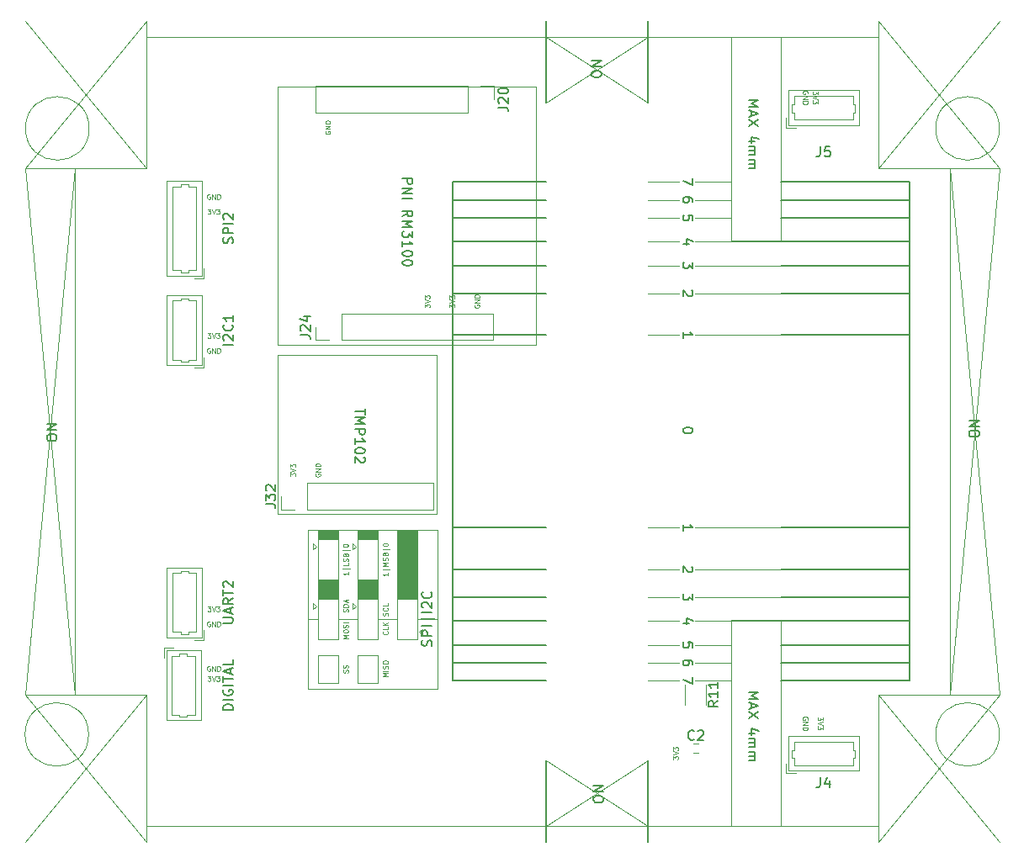
<source format=gbr>
G04 #@! TF.GenerationSoftware,KiCad,Pcbnew,(5.1.2)-2*
G04 #@! TF.CreationDate,2021-05-04T12:01:07-04:00*
G04 #@! TF.ProjectId,Magnetometer_A,4d61676e-6574-46f6-9d65-7465725f412e,rev?*
G04 #@! TF.SameCoordinates,Original*
G04 #@! TF.FileFunction,Legend,Top*
G04 #@! TF.FilePolarity,Positive*
%FSLAX46Y46*%
G04 Gerber Fmt 4.6, Leading zero omitted, Abs format (unit mm)*
G04 Created by KiCad (PCBNEW (5.1.2)-2) date 2021-05-04 12:01:07*
%MOMM*%
%LPD*%
G04 APERTURE LIST*
%ADD10C,0.125000*%
%ADD11C,0.100000*%
%ADD12C,0.120000*%
%ADD13C,0.150000*%
G04 APERTURE END LIST*
D10*
X118773809Y-40380952D02*
X118773809Y-40690476D01*
X118583333Y-40523809D01*
X118583333Y-40595238D01*
X118559523Y-40642857D01*
X118535714Y-40666666D01*
X118488095Y-40690476D01*
X118369047Y-40690476D01*
X118321428Y-40666666D01*
X118297619Y-40642857D01*
X118273809Y-40595238D01*
X118273809Y-40452380D01*
X118297619Y-40404761D01*
X118321428Y-40380952D01*
X118773809Y-40833333D02*
X118273809Y-41000000D01*
X118773809Y-41166666D01*
X118773809Y-41285714D02*
X118773809Y-41595238D01*
X118583333Y-41428571D01*
X118583333Y-41500000D01*
X118559523Y-41547619D01*
X118535714Y-41571428D01*
X118488095Y-41595238D01*
X118369047Y-41595238D01*
X118321428Y-41571428D01*
X118297619Y-41547619D01*
X118273809Y-41500000D01*
X118273809Y-41357142D01*
X118297619Y-41309523D01*
X118321428Y-41285714D01*
X119273809Y-103380952D02*
X119273809Y-103690476D01*
X119083333Y-103523809D01*
X119083333Y-103595238D01*
X119059523Y-103642857D01*
X119035714Y-103666666D01*
X118988095Y-103690476D01*
X118869047Y-103690476D01*
X118821428Y-103666666D01*
X118797619Y-103642857D01*
X118773809Y-103595238D01*
X118773809Y-103452380D01*
X118797619Y-103404761D01*
X118821428Y-103380952D01*
X119273809Y-103833333D02*
X118773809Y-104000000D01*
X119273809Y-104166666D01*
X119273809Y-104285714D02*
X119273809Y-104595238D01*
X119083333Y-104428571D01*
X119083333Y-104500000D01*
X119059523Y-104547619D01*
X119035714Y-104571428D01*
X118988095Y-104595238D01*
X118869047Y-104595238D01*
X118821428Y-104571428D01*
X118797619Y-104547619D01*
X118773809Y-104500000D01*
X118773809Y-104357142D01*
X118797619Y-104309523D01*
X118821428Y-104285714D01*
X104226190Y-107619047D02*
X104226190Y-107309523D01*
X104416666Y-107476190D01*
X104416666Y-107404761D01*
X104440476Y-107357142D01*
X104464285Y-107333333D01*
X104511904Y-107309523D01*
X104630952Y-107309523D01*
X104678571Y-107333333D01*
X104702380Y-107357142D01*
X104726190Y-107404761D01*
X104726190Y-107547619D01*
X104702380Y-107595238D01*
X104678571Y-107619047D01*
X104226190Y-107166666D02*
X104726190Y-107000000D01*
X104226190Y-106833333D01*
X104226190Y-106714285D02*
X104226190Y-106404761D01*
X104416666Y-106571428D01*
X104416666Y-106500000D01*
X104440476Y-106452380D01*
X104464285Y-106428571D01*
X104511904Y-106404761D01*
X104630952Y-106404761D01*
X104678571Y-106428571D01*
X104702380Y-106452380D01*
X104726190Y-106500000D01*
X104726190Y-106642857D01*
X104702380Y-106690476D01*
X104678571Y-106714285D01*
X65726190Y-79119047D02*
X65726190Y-78809523D01*
X65916666Y-78976190D01*
X65916666Y-78904761D01*
X65940476Y-78857142D01*
X65964285Y-78833333D01*
X66011904Y-78809523D01*
X66130952Y-78809523D01*
X66178571Y-78833333D01*
X66202380Y-78857142D01*
X66226190Y-78904761D01*
X66226190Y-79047619D01*
X66202380Y-79095238D01*
X66178571Y-79119047D01*
X65726190Y-78666666D02*
X66226190Y-78500000D01*
X65726190Y-78333333D01*
X65726190Y-78214285D02*
X65726190Y-77904761D01*
X65916666Y-78071428D01*
X65916666Y-78000000D01*
X65940476Y-77952380D01*
X65964285Y-77928571D01*
X66011904Y-77904761D01*
X66130952Y-77904761D01*
X66178571Y-77928571D01*
X66202380Y-77952380D01*
X66226190Y-78000000D01*
X66226190Y-78142857D01*
X66202380Y-78190476D01*
X66178571Y-78214285D01*
X79226190Y-62119047D02*
X79226190Y-61809523D01*
X79416666Y-61976190D01*
X79416666Y-61904761D01*
X79440476Y-61857142D01*
X79464285Y-61833333D01*
X79511904Y-61809523D01*
X79630952Y-61809523D01*
X79678571Y-61833333D01*
X79702380Y-61857142D01*
X79726190Y-61904761D01*
X79726190Y-62047619D01*
X79702380Y-62095238D01*
X79678571Y-62119047D01*
X79226190Y-61666666D02*
X79726190Y-61500000D01*
X79226190Y-61333333D01*
X79226190Y-61214285D02*
X79226190Y-60904761D01*
X79416666Y-61071428D01*
X79416666Y-61000000D01*
X79440476Y-60952380D01*
X79464285Y-60928571D01*
X79511904Y-60904761D01*
X79630952Y-60904761D01*
X79678571Y-60928571D01*
X79702380Y-60952380D01*
X79726190Y-61000000D01*
X79726190Y-61142857D01*
X79702380Y-61190476D01*
X79678571Y-61214285D01*
X81726190Y-62119047D02*
X81726190Y-61809523D01*
X81916666Y-61976190D01*
X81916666Y-61904761D01*
X81940476Y-61857142D01*
X81964285Y-61833333D01*
X82011904Y-61809523D01*
X82130952Y-61809523D01*
X82178571Y-61833333D01*
X82202380Y-61857142D01*
X82226190Y-61904761D01*
X82226190Y-62047619D01*
X82202380Y-62095238D01*
X82178571Y-62119047D01*
X81726190Y-61666666D02*
X82226190Y-61500000D01*
X81726190Y-61333333D01*
X81726190Y-61214285D02*
X81726190Y-60904761D01*
X81916666Y-61071428D01*
X81916666Y-61000000D01*
X81940476Y-60952380D01*
X81964285Y-60928571D01*
X82011904Y-60904761D01*
X82130952Y-60904761D01*
X82178571Y-60928571D01*
X82202380Y-60952380D01*
X82226190Y-61000000D01*
X82226190Y-61142857D01*
X82202380Y-61190476D01*
X82178571Y-61214285D01*
X57380952Y-52226190D02*
X57690476Y-52226190D01*
X57523809Y-52416666D01*
X57595238Y-52416666D01*
X57642857Y-52440476D01*
X57666666Y-52464285D01*
X57690476Y-52511904D01*
X57690476Y-52630952D01*
X57666666Y-52678571D01*
X57642857Y-52702380D01*
X57595238Y-52726190D01*
X57452380Y-52726190D01*
X57404761Y-52702380D01*
X57380952Y-52678571D01*
X57833333Y-52226190D02*
X58000000Y-52726190D01*
X58166666Y-52226190D01*
X58285714Y-52226190D02*
X58595238Y-52226190D01*
X58428571Y-52416666D01*
X58500000Y-52416666D01*
X58547619Y-52440476D01*
X58571428Y-52464285D01*
X58595238Y-52511904D01*
X58595238Y-52630952D01*
X58571428Y-52678571D01*
X58547619Y-52702380D01*
X58500000Y-52726190D01*
X58357142Y-52726190D01*
X58309523Y-52702380D01*
X58285714Y-52678571D01*
X57380952Y-64726190D02*
X57690476Y-64726190D01*
X57523809Y-64916666D01*
X57595238Y-64916666D01*
X57642857Y-64940476D01*
X57666666Y-64964285D01*
X57690476Y-65011904D01*
X57690476Y-65130952D01*
X57666666Y-65178571D01*
X57642857Y-65202380D01*
X57595238Y-65226190D01*
X57452380Y-65226190D01*
X57404761Y-65202380D01*
X57380952Y-65178571D01*
X57833333Y-64726190D02*
X58000000Y-65226190D01*
X58166666Y-64726190D01*
X58285714Y-64726190D02*
X58595238Y-64726190D01*
X58428571Y-64916666D01*
X58500000Y-64916666D01*
X58547619Y-64940476D01*
X58571428Y-64964285D01*
X58595238Y-65011904D01*
X58595238Y-65130952D01*
X58571428Y-65178571D01*
X58547619Y-65202380D01*
X58500000Y-65226190D01*
X58357142Y-65226190D01*
X58309523Y-65202380D01*
X58285714Y-65178571D01*
X57380952Y-92226190D02*
X57690476Y-92226190D01*
X57523809Y-92416666D01*
X57595238Y-92416666D01*
X57642857Y-92440476D01*
X57666666Y-92464285D01*
X57690476Y-92511904D01*
X57690476Y-92630952D01*
X57666666Y-92678571D01*
X57642857Y-92702380D01*
X57595238Y-92726190D01*
X57452380Y-92726190D01*
X57404761Y-92702380D01*
X57380952Y-92678571D01*
X57833333Y-92226190D02*
X58000000Y-92726190D01*
X58166666Y-92226190D01*
X58285714Y-92226190D02*
X58595238Y-92226190D01*
X58428571Y-92416666D01*
X58500000Y-92416666D01*
X58547619Y-92440476D01*
X58571428Y-92464285D01*
X58595238Y-92511904D01*
X58595238Y-92630952D01*
X58571428Y-92678571D01*
X58547619Y-92702380D01*
X58500000Y-92726190D01*
X58357142Y-92726190D01*
X58309523Y-92702380D01*
X58285714Y-92678571D01*
X57380952Y-99226190D02*
X57690476Y-99226190D01*
X57523809Y-99416666D01*
X57595238Y-99416666D01*
X57642857Y-99440476D01*
X57666666Y-99464285D01*
X57690476Y-99511904D01*
X57690476Y-99630952D01*
X57666666Y-99678571D01*
X57642857Y-99702380D01*
X57595238Y-99726190D01*
X57452380Y-99726190D01*
X57404761Y-99702380D01*
X57380952Y-99678571D01*
X57833333Y-99226190D02*
X58000000Y-99726190D01*
X58166666Y-99226190D01*
X58285714Y-99226190D02*
X58595238Y-99226190D01*
X58428571Y-99416666D01*
X58500000Y-99416666D01*
X58547619Y-99440476D01*
X58571428Y-99464285D01*
X58595238Y-99511904D01*
X58595238Y-99630952D01*
X58571428Y-99678571D01*
X58547619Y-99702380D01*
X58500000Y-99726190D01*
X58357142Y-99726190D01*
X58309523Y-99702380D01*
X58285714Y-99678571D01*
X68250000Y-78880952D02*
X68226190Y-78928571D01*
X68226190Y-79000000D01*
X68250000Y-79071428D01*
X68297619Y-79119047D01*
X68345238Y-79142857D01*
X68440476Y-79166666D01*
X68511904Y-79166666D01*
X68607142Y-79142857D01*
X68654761Y-79119047D01*
X68702380Y-79071428D01*
X68726190Y-79000000D01*
X68726190Y-78952380D01*
X68702380Y-78880952D01*
X68678571Y-78857142D01*
X68511904Y-78857142D01*
X68511904Y-78952380D01*
X68726190Y-78642857D02*
X68226190Y-78642857D01*
X68726190Y-78357142D01*
X68226190Y-78357142D01*
X68726190Y-78119047D02*
X68226190Y-78119047D01*
X68226190Y-78000000D01*
X68250000Y-77928571D01*
X68297619Y-77880952D01*
X68345238Y-77857142D01*
X68440476Y-77833333D01*
X68511904Y-77833333D01*
X68607142Y-77857142D01*
X68654761Y-77880952D01*
X68702380Y-77928571D01*
X68726190Y-78000000D01*
X68726190Y-78119047D01*
X117750000Y-103619047D02*
X117773809Y-103571428D01*
X117773809Y-103500000D01*
X117750000Y-103428571D01*
X117702380Y-103380952D01*
X117654761Y-103357142D01*
X117559523Y-103333333D01*
X117488095Y-103333333D01*
X117392857Y-103357142D01*
X117345238Y-103380952D01*
X117297619Y-103428571D01*
X117273809Y-103500000D01*
X117273809Y-103547619D01*
X117297619Y-103619047D01*
X117321428Y-103642857D01*
X117488095Y-103642857D01*
X117488095Y-103547619D01*
X117273809Y-103857142D02*
X117773809Y-103857142D01*
X117273809Y-104142857D01*
X117773809Y-104142857D01*
X117273809Y-104380952D02*
X117773809Y-104380952D01*
X117773809Y-104500000D01*
X117750000Y-104571428D01*
X117702380Y-104619047D01*
X117654761Y-104642857D01*
X117559523Y-104666666D01*
X117488095Y-104666666D01*
X117392857Y-104642857D01*
X117345238Y-104619047D01*
X117297619Y-104571428D01*
X117273809Y-104500000D01*
X117273809Y-104380952D01*
X117750000Y-40619047D02*
X117773809Y-40571428D01*
X117773809Y-40500000D01*
X117750000Y-40428571D01*
X117702380Y-40380952D01*
X117654761Y-40357142D01*
X117559523Y-40333333D01*
X117488095Y-40333333D01*
X117392857Y-40357142D01*
X117345238Y-40380952D01*
X117297619Y-40428571D01*
X117273809Y-40500000D01*
X117273809Y-40547619D01*
X117297619Y-40619047D01*
X117321428Y-40642857D01*
X117488095Y-40642857D01*
X117488095Y-40547619D01*
X117273809Y-40857142D02*
X117773809Y-40857142D01*
X117273809Y-41142857D01*
X117773809Y-41142857D01*
X117273809Y-41380952D02*
X117773809Y-41380952D01*
X117773809Y-41500000D01*
X117750000Y-41571428D01*
X117702380Y-41619047D01*
X117654761Y-41642857D01*
X117559523Y-41666666D01*
X117488095Y-41666666D01*
X117392857Y-41642857D01*
X117345238Y-41619047D01*
X117297619Y-41571428D01*
X117273809Y-41500000D01*
X117273809Y-41380952D01*
X84250000Y-61880952D02*
X84226190Y-61928571D01*
X84226190Y-62000000D01*
X84250000Y-62071428D01*
X84297619Y-62119047D01*
X84345238Y-62142857D01*
X84440476Y-62166666D01*
X84511904Y-62166666D01*
X84607142Y-62142857D01*
X84654761Y-62119047D01*
X84702380Y-62071428D01*
X84726190Y-62000000D01*
X84726190Y-61952380D01*
X84702380Y-61880952D01*
X84678571Y-61857142D01*
X84511904Y-61857142D01*
X84511904Y-61952380D01*
X84726190Y-61642857D02*
X84226190Y-61642857D01*
X84726190Y-61357142D01*
X84226190Y-61357142D01*
X84726190Y-61119047D02*
X84226190Y-61119047D01*
X84226190Y-61000000D01*
X84250000Y-60928571D01*
X84297619Y-60880952D01*
X84345238Y-60857142D01*
X84440476Y-60833333D01*
X84511904Y-60833333D01*
X84607142Y-60857142D01*
X84654761Y-60880952D01*
X84702380Y-60928571D01*
X84726190Y-61000000D01*
X84726190Y-61119047D01*
X69250000Y-44380952D02*
X69226190Y-44428571D01*
X69226190Y-44500000D01*
X69250000Y-44571428D01*
X69297619Y-44619047D01*
X69345238Y-44642857D01*
X69440476Y-44666666D01*
X69511904Y-44666666D01*
X69607142Y-44642857D01*
X69654761Y-44619047D01*
X69702380Y-44571428D01*
X69726190Y-44500000D01*
X69726190Y-44452380D01*
X69702380Y-44380952D01*
X69678571Y-44357142D01*
X69511904Y-44357142D01*
X69511904Y-44452380D01*
X69726190Y-44142857D02*
X69226190Y-44142857D01*
X69726190Y-43857142D01*
X69226190Y-43857142D01*
X69726190Y-43619047D02*
X69226190Y-43619047D01*
X69226190Y-43500000D01*
X69250000Y-43428571D01*
X69297619Y-43380952D01*
X69345238Y-43357142D01*
X69440476Y-43333333D01*
X69511904Y-43333333D01*
X69607142Y-43357142D01*
X69654761Y-43380952D01*
X69702380Y-43428571D01*
X69726190Y-43500000D01*
X69726190Y-43619047D01*
X57619047Y-50750000D02*
X57571428Y-50726190D01*
X57500000Y-50726190D01*
X57428571Y-50750000D01*
X57380952Y-50797619D01*
X57357142Y-50845238D01*
X57333333Y-50940476D01*
X57333333Y-51011904D01*
X57357142Y-51107142D01*
X57380952Y-51154761D01*
X57428571Y-51202380D01*
X57500000Y-51226190D01*
X57547619Y-51226190D01*
X57619047Y-51202380D01*
X57642857Y-51178571D01*
X57642857Y-51011904D01*
X57547619Y-51011904D01*
X57857142Y-51226190D02*
X57857142Y-50726190D01*
X58142857Y-51226190D01*
X58142857Y-50726190D01*
X58380952Y-51226190D02*
X58380952Y-50726190D01*
X58500000Y-50726190D01*
X58571428Y-50750000D01*
X58619047Y-50797619D01*
X58642857Y-50845238D01*
X58666666Y-50940476D01*
X58666666Y-51011904D01*
X58642857Y-51107142D01*
X58619047Y-51154761D01*
X58571428Y-51202380D01*
X58500000Y-51226190D01*
X58380952Y-51226190D01*
X57619047Y-66250000D02*
X57571428Y-66226190D01*
X57500000Y-66226190D01*
X57428571Y-66250000D01*
X57380952Y-66297619D01*
X57357142Y-66345238D01*
X57333333Y-66440476D01*
X57333333Y-66511904D01*
X57357142Y-66607142D01*
X57380952Y-66654761D01*
X57428571Y-66702380D01*
X57500000Y-66726190D01*
X57547619Y-66726190D01*
X57619047Y-66702380D01*
X57642857Y-66678571D01*
X57642857Y-66511904D01*
X57547619Y-66511904D01*
X57857142Y-66726190D02*
X57857142Y-66226190D01*
X58142857Y-66726190D01*
X58142857Y-66226190D01*
X58380952Y-66726190D02*
X58380952Y-66226190D01*
X58500000Y-66226190D01*
X58571428Y-66250000D01*
X58619047Y-66297619D01*
X58642857Y-66345238D01*
X58666666Y-66440476D01*
X58666666Y-66511904D01*
X58642857Y-66607142D01*
X58619047Y-66654761D01*
X58571428Y-66702380D01*
X58500000Y-66726190D01*
X58380952Y-66726190D01*
X57619047Y-93750000D02*
X57571428Y-93726190D01*
X57500000Y-93726190D01*
X57428571Y-93750000D01*
X57380952Y-93797619D01*
X57357142Y-93845238D01*
X57333333Y-93940476D01*
X57333333Y-94011904D01*
X57357142Y-94107142D01*
X57380952Y-94154761D01*
X57428571Y-94202380D01*
X57500000Y-94226190D01*
X57547619Y-94226190D01*
X57619047Y-94202380D01*
X57642857Y-94178571D01*
X57642857Y-94011904D01*
X57547619Y-94011904D01*
X57857142Y-94226190D02*
X57857142Y-93726190D01*
X58142857Y-94226190D01*
X58142857Y-93726190D01*
X58380952Y-94226190D02*
X58380952Y-93726190D01*
X58500000Y-93726190D01*
X58571428Y-93750000D01*
X58619047Y-93797619D01*
X58642857Y-93845238D01*
X58666666Y-93940476D01*
X58666666Y-94011904D01*
X58642857Y-94107142D01*
X58619047Y-94154761D01*
X58571428Y-94202380D01*
X58500000Y-94226190D01*
X58380952Y-94226190D01*
X57619047Y-98250000D02*
X57571428Y-98226190D01*
X57500000Y-98226190D01*
X57428571Y-98250000D01*
X57380952Y-98297619D01*
X57357142Y-98345238D01*
X57333333Y-98440476D01*
X57333333Y-98511904D01*
X57357142Y-98607142D01*
X57380952Y-98654761D01*
X57428571Y-98702380D01*
X57500000Y-98726190D01*
X57547619Y-98726190D01*
X57619047Y-98702380D01*
X57642857Y-98678571D01*
X57642857Y-98511904D01*
X57547619Y-98511904D01*
X57857142Y-98726190D02*
X57857142Y-98226190D01*
X58142857Y-98726190D01*
X58142857Y-98226190D01*
X58380952Y-98726190D02*
X58380952Y-98226190D01*
X58500000Y-98226190D01*
X58571428Y-98250000D01*
X58619047Y-98297619D01*
X58642857Y-98345238D01*
X58666666Y-98440476D01*
X58666666Y-98511904D01*
X58642857Y-98607142D01*
X58619047Y-98654761D01*
X58571428Y-98702380D01*
X58500000Y-98726190D01*
X58380952Y-98726190D01*
D11*
G36*
X78500000Y-91450000D02*
G01*
X76500000Y-91450000D01*
X76500000Y-84500000D01*
X78500000Y-84500000D01*
X78500000Y-91450000D01*
G37*
X78500000Y-91450000D02*
X76500000Y-91450000D01*
X76500000Y-84500000D01*
X78500000Y-84500000D01*
X78500000Y-91450000D01*
G36*
X74500000Y-85500000D02*
G01*
X72500000Y-85450000D01*
X72500000Y-84500000D01*
X74500000Y-84500000D01*
X74500000Y-85500000D01*
G37*
X74500000Y-85500000D02*
X72500000Y-85450000D01*
X72500000Y-84500000D01*
X74500000Y-84500000D01*
X74500000Y-85500000D01*
G36*
X70500000Y-85450000D02*
G01*
X68500000Y-85450000D01*
X68500000Y-84500000D01*
X70500000Y-84500000D01*
X70500000Y-85450000D01*
G37*
X70500000Y-85450000D02*
X68500000Y-85450000D01*
X68500000Y-84500000D01*
X70500000Y-84500000D01*
X70500000Y-85450000D01*
G36*
X70500000Y-91450000D02*
G01*
X68500000Y-91450000D01*
X68500000Y-89550000D01*
X70500000Y-89500000D01*
X70500000Y-91450000D01*
G37*
X70500000Y-91450000D02*
X68500000Y-91450000D01*
X68500000Y-89550000D01*
X70500000Y-89500000D01*
X70500000Y-91450000D01*
G36*
X74500000Y-91450000D02*
G01*
X72500000Y-91450000D01*
X72500000Y-89550000D01*
X74500000Y-89550000D01*
X74500000Y-91450000D01*
G37*
X74500000Y-91450000D02*
X72500000Y-91450000D01*
X72500000Y-89550000D01*
X74500000Y-89550000D01*
X74500000Y-91450000D01*
D12*
X68500000Y-93500000D02*
X67500000Y-93500000D01*
X72500000Y-93500000D02*
X70500000Y-93500000D01*
X76500000Y-93500000D02*
X74500000Y-93500000D01*
X80500000Y-93500000D02*
X78500000Y-93500000D01*
X80500000Y-84500000D02*
X80500000Y-93500000D01*
X67500000Y-84500000D02*
X80500000Y-84500000D01*
X67500000Y-100500000D02*
X67500000Y-84500000D01*
X80500000Y-100500000D02*
X67500000Y-100500000D01*
X80500000Y-93500000D02*
X80500000Y-100500000D01*
D13*
X73207619Y-72314285D02*
X73207619Y-72885714D01*
X72207619Y-72600000D02*
X73207619Y-72600000D01*
X72207619Y-73219047D02*
X73207619Y-73219047D01*
X72493333Y-73552380D01*
X73207619Y-73885714D01*
X72207619Y-73885714D01*
X72207619Y-74361904D02*
X73207619Y-74361904D01*
X73207619Y-74742857D01*
X73160000Y-74838095D01*
X73112380Y-74885714D01*
X73017142Y-74933333D01*
X72874285Y-74933333D01*
X72779047Y-74885714D01*
X72731428Y-74838095D01*
X72683809Y-74742857D01*
X72683809Y-74361904D01*
X72207619Y-75885714D02*
X72207619Y-75314285D01*
X72207619Y-75600000D02*
X73207619Y-75600000D01*
X73064761Y-75504761D01*
X72969523Y-75409523D01*
X72921904Y-75314285D01*
X73207619Y-76504761D02*
X73207619Y-76600000D01*
X73160000Y-76695238D01*
X73112380Y-76742857D01*
X73017142Y-76790476D01*
X72826666Y-76838095D01*
X72588571Y-76838095D01*
X72398095Y-76790476D01*
X72302857Y-76742857D01*
X72255238Y-76695238D01*
X72207619Y-76600000D01*
X72207619Y-76504761D01*
X72255238Y-76409523D01*
X72302857Y-76361904D01*
X72398095Y-76314285D01*
X72588571Y-76266666D01*
X72826666Y-76266666D01*
X73017142Y-76314285D01*
X73112380Y-76361904D01*
X73160000Y-76409523D01*
X73207619Y-76504761D01*
X73112380Y-77219047D02*
X73160000Y-77266666D01*
X73207619Y-77361904D01*
X73207619Y-77600000D01*
X73160000Y-77695238D01*
X73112380Y-77742857D01*
X73017142Y-77790476D01*
X72921904Y-77790476D01*
X72779047Y-77742857D01*
X72207619Y-77171428D01*
X72207619Y-77790476D01*
D12*
X80460000Y-82900000D02*
X64460000Y-82900000D01*
X64460000Y-66900000D02*
X64460000Y-82900000D01*
X80460000Y-66900000D02*
X80460000Y-82900000D01*
X80460000Y-66900000D02*
X64460000Y-66900000D01*
X64460000Y-39910000D02*
X64460000Y-65910000D01*
X90460000Y-39910000D02*
X64460000Y-39910000D01*
X90460000Y-65910000D02*
X64460000Y-65910000D01*
X90460000Y-64910000D02*
X90460000Y-65910000D01*
X90460000Y-39910000D02*
X90460000Y-64910000D01*
D13*
X77007619Y-49129047D02*
X78007619Y-49129047D01*
X78007619Y-49510000D01*
X77960000Y-49605238D01*
X77912380Y-49652857D01*
X77817142Y-49700476D01*
X77674285Y-49700476D01*
X77579047Y-49652857D01*
X77531428Y-49605238D01*
X77483809Y-49510000D01*
X77483809Y-49129047D01*
X77007619Y-50129047D02*
X78007619Y-50129047D01*
X77007619Y-50700476D01*
X78007619Y-50700476D01*
X77007619Y-51176666D02*
X78007619Y-51176666D01*
X77007619Y-52986190D02*
X77483809Y-52652857D01*
X77007619Y-52414761D02*
X78007619Y-52414761D01*
X78007619Y-52795714D01*
X77960000Y-52890952D01*
X77912380Y-52938571D01*
X77817142Y-52986190D01*
X77674285Y-52986190D01*
X77579047Y-52938571D01*
X77531428Y-52890952D01*
X77483809Y-52795714D01*
X77483809Y-52414761D01*
X77007619Y-53414761D02*
X78007619Y-53414761D01*
X77293333Y-53748095D01*
X78007619Y-54081428D01*
X77007619Y-54081428D01*
X78007619Y-54462380D02*
X78007619Y-55081428D01*
X77626666Y-54748095D01*
X77626666Y-54890952D01*
X77579047Y-54986190D01*
X77531428Y-55033809D01*
X77436190Y-55081428D01*
X77198095Y-55081428D01*
X77102857Y-55033809D01*
X77055238Y-54986190D01*
X77007619Y-54890952D01*
X77007619Y-54605238D01*
X77055238Y-54510000D01*
X77102857Y-54462380D01*
X77007619Y-56033809D02*
X77007619Y-55462380D01*
X77007619Y-55748095D02*
X78007619Y-55748095D01*
X77864761Y-55652857D01*
X77769523Y-55557619D01*
X77721904Y-55462380D01*
X78007619Y-56652857D02*
X78007619Y-56748095D01*
X77960000Y-56843333D01*
X77912380Y-56890952D01*
X77817142Y-56938571D01*
X77626666Y-56986190D01*
X77388571Y-56986190D01*
X77198095Y-56938571D01*
X77102857Y-56890952D01*
X77055238Y-56843333D01*
X77007619Y-56748095D01*
X77007619Y-56652857D01*
X77055238Y-56557619D01*
X77102857Y-56510000D01*
X77198095Y-56462380D01*
X77388571Y-56414761D01*
X77626666Y-56414761D01*
X77817142Y-56462380D01*
X77912380Y-56510000D01*
X77960000Y-56557619D01*
X78007619Y-56652857D01*
X78007619Y-57605238D02*
X78007619Y-57700476D01*
X77960000Y-57795714D01*
X77912380Y-57843333D01*
X77817142Y-57890952D01*
X77626666Y-57938571D01*
X77388571Y-57938571D01*
X77198095Y-57890952D01*
X77102857Y-57843333D01*
X77055238Y-57795714D01*
X77007619Y-57700476D01*
X77007619Y-57605238D01*
X77055238Y-57510000D01*
X77102857Y-57462380D01*
X77198095Y-57414761D01*
X77388571Y-57367142D01*
X77626666Y-57367142D01*
X77817142Y-57414761D01*
X77912380Y-57462380D01*
X77960000Y-57510000D01*
X78007619Y-57605238D01*
D12*
X51260000Y-34910000D02*
X124860000Y-34910000D01*
X51260000Y-114310000D02*
X124860000Y-114310000D01*
X132060000Y-48100000D02*
X132060000Y-101110000D01*
X137060000Y-101110000D02*
X132060000Y-48100000D01*
X137060000Y-48110000D02*
X132060000Y-101110000D01*
X44060000Y-101110000D02*
X44060000Y-48110000D01*
X39060000Y-48110000D02*
X44060000Y-101110000D01*
X39060000Y-101110000D02*
X44060000Y-48110000D01*
X137060000Y-48110000D02*
X124860000Y-33310000D01*
X137060000Y-33310000D02*
X124860000Y-48110000D01*
X137060000Y-101110000D02*
X124860000Y-115900000D01*
X137060000Y-115910000D02*
X124860000Y-101110000D01*
X51260000Y-115910000D02*
X39060000Y-101110000D01*
X39060000Y-115910000D02*
X51260000Y-101110000D01*
X39060000Y-48110000D02*
X51260000Y-33310000D01*
X51260000Y-48110000D02*
X39060000Y-33310000D01*
X51260000Y-101110000D02*
X39060000Y-101110000D01*
X51260000Y-115910000D02*
X51260000Y-101110000D01*
X124860000Y-101110000D02*
X137060000Y-101110000D01*
X124860000Y-115900000D02*
X124860000Y-101110000D01*
X124860000Y-48110000D02*
X137060000Y-48110000D01*
X124860000Y-33310000D02*
X124860000Y-48110000D01*
X51260000Y-48110000D02*
X39060000Y-48110000D01*
X51260000Y-33310000D02*
X51260000Y-48110000D01*
D13*
X82060000Y-84310000D02*
X91460000Y-84310000D01*
X115060000Y-84310000D02*
X128060000Y-84310000D01*
X82060000Y-99710000D02*
X91460000Y-99710000D01*
X115060000Y-49510000D02*
X128060000Y-49510000D01*
X82060000Y-64910000D02*
X91460000Y-64910000D01*
X115060000Y-99710000D02*
X128060000Y-99710000D01*
X82060000Y-49510000D02*
X91460000Y-49510000D01*
X101660000Y-107710000D02*
X101660000Y-115910000D01*
X91460000Y-41510000D02*
X91460000Y-33310000D01*
X115060000Y-64910000D02*
X128060000Y-64910000D01*
X101660000Y-41510000D02*
X101660000Y-33310000D01*
X91460000Y-107710000D02*
X91460000Y-115910000D01*
D12*
X101660000Y-99710000D02*
X104860000Y-99710000D01*
X110060000Y-88510000D02*
X115060000Y-88510000D01*
X115060000Y-55510000D02*
X115060000Y-34910000D01*
X110060000Y-55510000D02*
X110060000Y-34910000D01*
X110060000Y-93710000D02*
X110060000Y-114310000D01*
X101660000Y-41510000D02*
X91460000Y-34910000D01*
X91460000Y-41510000D02*
X101660000Y-34910000D01*
X91460000Y-107710000D02*
X101660000Y-114310000D01*
X101660000Y-107710000D02*
X91460000Y-114310000D01*
X115060000Y-93710000D02*
X115060000Y-114310000D01*
X110060000Y-64910000D02*
X115060000Y-64910000D01*
X110060000Y-60710000D02*
X115060000Y-60710000D01*
X110060000Y-57910000D02*
X115060000Y-57910000D01*
X110060000Y-84310000D02*
X115060000Y-84310000D01*
X110060000Y-93710000D02*
X106460000Y-93710000D01*
X110060000Y-99710000D02*
X106460000Y-99710000D01*
X110060000Y-97910000D02*
X106460000Y-97910000D01*
X110060000Y-96110000D02*
X106460000Y-96110000D01*
X101660000Y-96110000D02*
X104860000Y-96110000D01*
X110060000Y-91310000D02*
X115060000Y-91310000D01*
X101660000Y-97910000D02*
X104860000Y-97910000D01*
D13*
X111807619Y-100881428D02*
X112807619Y-100881428D01*
X112093333Y-101214761D01*
X112807619Y-101548095D01*
X111807619Y-101548095D01*
X112093333Y-101976666D02*
X112093333Y-102452857D01*
X111807619Y-101881428D02*
X112807619Y-102214761D01*
X111807619Y-102548095D01*
X112807619Y-102786190D02*
X111807619Y-103452857D01*
X112807619Y-103452857D02*
X111807619Y-102786190D01*
X112474285Y-105024285D02*
X111807619Y-105024285D01*
X112855238Y-104786190D02*
X112140952Y-104548095D01*
X112140952Y-105167142D01*
X111807619Y-105548095D02*
X112474285Y-105548095D01*
X112379047Y-105548095D02*
X112426666Y-105595714D01*
X112474285Y-105690952D01*
X112474285Y-105833809D01*
X112426666Y-105929047D01*
X112331428Y-105976666D01*
X111807619Y-105976666D01*
X112331428Y-105976666D02*
X112426666Y-106024285D01*
X112474285Y-106119523D01*
X112474285Y-106262380D01*
X112426666Y-106357619D01*
X112331428Y-106405238D01*
X111807619Y-106405238D01*
X111807619Y-106881428D02*
X112474285Y-106881428D01*
X112379047Y-106881428D02*
X112426666Y-106929047D01*
X112474285Y-107024285D01*
X112474285Y-107167142D01*
X112426666Y-107262380D01*
X112331428Y-107310000D01*
X111807619Y-107310000D01*
X112331428Y-107310000D02*
X112426666Y-107357619D01*
X112474285Y-107452857D01*
X112474285Y-107595714D01*
X112426666Y-107690952D01*
X112331428Y-107738571D01*
X111807619Y-107738571D01*
X106112380Y-60424285D02*
X106160000Y-60471904D01*
X106207619Y-60567142D01*
X106207619Y-60805238D01*
X106160000Y-60900476D01*
X106112380Y-60948095D01*
X106017142Y-60995714D01*
X105921904Y-60995714D01*
X105779047Y-60948095D01*
X105207619Y-60376666D01*
X105207619Y-60995714D01*
X106112380Y-88224285D02*
X106160000Y-88271904D01*
X106207619Y-88367142D01*
X106207619Y-88605238D01*
X106160000Y-88700476D01*
X106112380Y-88748095D01*
X106017142Y-88795714D01*
X105921904Y-88795714D01*
X105779047Y-88748095D01*
X105207619Y-88176666D01*
X105207619Y-88795714D01*
X106207619Y-74462380D02*
X106207619Y-74557619D01*
X106160000Y-74652857D01*
X106112380Y-74700476D01*
X106017142Y-74748095D01*
X105826666Y-74795714D01*
X105588571Y-74795714D01*
X105398095Y-74748095D01*
X105302857Y-74700476D01*
X105255238Y-74652857D01*
X105207619Y-74557619D01*
X105207619Y-74462380D01*
X105255238Y-74367142D01*
X105302857Y-74319523D01*
X105398095Y-74271904D01*
X105588571Y-74224285D01*
X105826666Y-74224285D01*
X106017142Y-74271904D01*
X106112380Y-74319523D01*
X106160000Y-74367142D01*
X106207619Y-74462380D01*
X41207619Y-73900476D02*
X42207619Y-73900476D01*
X41207619Y-74471904D01*
X42207619Y-74471904D01*
X42207619Y-75138571D02*
X42207619Y-75329047D01*
X42160000Y-75424285D01*
X42064761Y-75519523D01*
X41874285Y-75567142D01*
X41540952Y-75567142D01*
X41350476Y-75519523D01*
X41255238Y-75424285D01*
X41207619Y-75329047D01*
X41207619Y-75138571D01*
X41255238Y-75043333D01*
X41350476Y-74948095D01*
X41540952Y-74900476D01*
X41874285Y-74900476D01*
X42064761Y-74948095D01*
X42160000Y-75043333D01*
X42207619Y-75138571D01*
X106207619Y-51500476D02*
X106207619Y-51310000D01*
X106160000Y-51214761D01*
X106112380Y-51167142D01*
X105969523Y-51071904D01*
X105779047Y-51024285D01*
X105398095Y-51024285D01*
X105302857Y-51071904D01*
X105255238Y-51119523D01*
X105207619Y-51214761D01*
X105207619Y-51405238D01*
X105255238Y-51500476D01*
X105302857Y-51548095D01*
X105398095Y-51595714D01*
X105636190Y-51595714D01*
X105731428Y-51548095D01*
X105779047Y-51500476D01*
X105826666Y-51405238D01*
X105826666Y-51214761D01*
X105779047Y-51119523D01*
X105731428Y-51071904D01*
X105636190Y-51024285D01*
X105207619Y-65195714D02*
X105207619Y-64624285D01*
X105207619Y-64910000D02*
X106207619Y-64910000D01*
X106064761Y-64814761D01*
X105969523Y-64719523D01*
X105921904Y-64624285D01*
X106207619Y-96348095D02*
X106207619Y-95871904D01*
X105731428Y-95824285D01*
X105779047Y-95871904D01*
X105826666Y-95967142D01*
X105826666Y-96205238D01*
X105779047Y-96300476D01*
X105731428Y-96348095D01*
X105636190Y-96395714D01*
X105398095Y-96395714D01*
X105302857Y-96348095D01*
X105255238Y-96300476D01*
X105207619Y-96205238D01*
X105207619Y-95967142D01*
X105255238Y-95871904D01*
X105302857Y-95824285D01*
X111807619Y-41281428D02*
X112807619Y-41281428D01*
X112093333Y-41614761D01*
X112807619Y-41948095D01*
X111807619Y-41948095D01*
X112093333Y-42376666D02*
X112093333Y-42852857D01*
X111807619Y-42281428D02*
X112807619Y-42614761D01*
X111807619Y-42948095D01*
X112807619Y-43186190D02*
X111807619Y-43852857D01*
X112807619Y-43852857D02*
X111807619Y-43186190D01*
X112474285Y-45424285D02*
X111807619Y-45424285D01*
X112855238Y-45186190D02*
X112140952Y-44948095D01*
X112140952Y-45567142D01*
X111807619Y-45948095D02*
X112474285Y-45948095D01*
X112379047Y-45948095D02*
X112426666Y-45995714D01*
X112474285Y-46090952D01*
X112474285Y-46233809D01*
X112426666Y-46329047D01*
X112331428Y-46376666D01*
X111807619Y-46376666D01*
X112331428Y-46376666D02*
X112426666Y-46424285D01*
X112474285Y-46519523D01*
X112474285Y-46662380D01*
X112426666Y-46757619D01*
X112331428Y-46805238D01*
X111807619Y-46805238D01*
X111807619Y-47281428D02*
X112474285Y-47281428D01*
X112379047Y-47281428D02*
X112426666Y-47329047D01*
X112474285Y-47424285D01*
X112474285Y-47567142D01*
X112426666Y-47662380D01*
X112331428Y-47710000D01*
X111807619Y-47710000D01*
X112331428Y-47710000D02*
X112426666Y-47757619D01*
X112474285Y-47852857D01*
X112474285Y-47995714D01*
X112426666Y-48090952D01*
X112331428Y-48138571D01*
X111807619Y-48138571D01*
X106207619Y-99376666D02*
X106207619Y-100043333D01*
X105207619Y-99614761D01*
X105207619Y-84595714D02*
X105207619Y-84024285D01*
X105207619Y-84310000D02*
X106207619Y-84310000D01*
X106064761Y-84214761D01*
X105969523Y-84119523D01*
X105921904Y-84024285D01*
X96207619Y-110300476D02*
X97207619Y-110300476D01*
X96207619Y-110871904D01*
X97207619Y-110871904D01*
X97207619Y-111538571D02*
X97207619Y-111729047D01*
X97160000Y-111824285D01*
X97064761Y-111919523D01*
X96874285Y-111967142D01*
X96540952Y-111967142D01*
X96350476Y-111919523D01*
X96255238Y-111824285D01*
X96207619Y-111729047D01*
X96207619Y-111538571D01*
X96255238Y-111443333D01*
X96350476Y-111348095D01*
X96540952Y-111300476D01*
X96874285Y-111300476D01*
X97064761Y-111348095D01*
X97160000Y-111443333D01*
X97207619Y-111538571D01*
X96007619Y-37300476D02*
X97007619Y-37300476D01*
X96007619Y-37871904D01*
X97007619Y-37871904D01*
X97007619Y-38538571D02*
X97007619Y-38729047D01*
X96960000Y-38824285D01*
X96864761Y-38919523D01*
X96674285Y-38967142D01*
X96340952Y-38967142D01*
X96150476Y-38919523D01*
X96055238Y-38824285D01*
X96007619Y-38729047D01*
X96007619Y-38538571D01*
X96055238Y-38443333D01*
X96150476Y-38348095D01*
X96340952Y-38300476D01*
X96674285Y-38300476D01*
X96864761Y-38348095D01*
X96960000Y-38443333D01*
X97007619Y-38538571D01*
X105874285Y-93900476D02*
X105207619Y-93900476D01*
X106255238Y-93662380D02*
X105540952Y-93424285D01*
X105540952Y-94043333D01*
X106207619Y-98100476D02*
X106207619Y-97910000D01*
X106160000Y-97814761D01*
X106112380Y-97767142D01*
X105969523Y-97671904D01*
X105779047Y-97624285D01*
X105398095Y-97624285D01*
X105302857Y-97671904D01*
X105255238Y-97719523D01*
X105207619Y-97814761D01*
X105207619Y-98005238D01*
X105255238Y-98100476D01*
X105302857Y-98148095D01*
X105398095Y-98195714D01*
X105636190Y-98195714D01*
X105731428Y-98148095D01*
X105779047Y-98100476D01*
X105826666Y-98005238D01*
X105826666Y-97814761D01*
X105779047Y-97719523D01*
X105731428Y-97671904D01*
X105636190Y-97624285D01*
X105874285Y-55700476D02*
X105207619Y-55700476D01*
X106255238Y-55462380D02*
X105540952Y-55224285D01*
X105540952Y-55843333D01*
X106207619Y-49176666D02*
X106207619Y-49843333D01*
X105207619Y-49414761D01*
X106207619Y-57576666D02*
X106207619Y-58195714D01*
X105826666Y-57862380D01*
X105826666Y-58005238D01*
X105779047Y-58100476D01*
X105731428Y-58148095D01*
X105636190Y-58195714D01*
X105398095Y-58195714D01*
X105302857Y-58148095D01*
X105255238Y-58100476D01*
X105207619Y-58005238D01*
X105207619Y-57719523D01*
X105255238Y-57624285D01*
X105302857Y-57576666D01*
X134007619Y-73500476D02*
X135007619Y-73500476D01*
X134007619Y-74071904D01*
X135007619Y-74071904D01*
X135007619Y-74738571D02*
X135007619Y-74929047D01*
X134960000Y-75024285D01*
X134864761Y-75119523D01*
X134674285Y-75167142D01*
X134340952Y-75167142D01*
X134150476Y-75119523D01*
X134055238Y-75024285D01*
X134007619Y-74929047D01*
X134007619Y-74738571D01*
X134055238Y-74643333D01*
X134150476Y-74548095D01*
X134340952Y-74500476D01*
X134674285Y-74500476D01*
X134864761Y-74548095D01*
X134960000Y-74643333D01*
X135007619Y-74738571D01*
X106207619Y-53348095D02*
X106207619Y-52871904D01*
X105731428Y-52824285D01*
X105779047Y-52871904D01*
X105826666Y-52967142D01*
X105826666Y-53205238D01*
X105779047Y-53300476D01*
X105731428Y-53348095D01*
X105636190Y-53395714D01*
X105398095Y-53395714D01*
X105302857Y-53348095D01*
X105255238Y-53300476D01*
X105207619Y-53205238D01*
X105207619Y-52967142D01*
X105255238Y-52871904D01*
X105302857Y-52824285D01*
X106207619Y-90976666D02*
X106207619Y-91595714D01*
X105826666Y-91262380D01*
X105826666Y-91405238D01*
X105779047Y-91500476D01*
X105731428Y-91548095D01*
X105636190Y-91595714D01*
X105398095Y-91595714D01*
X105302857Y-91548095D01*
X105255238Y-91500476D01*
X105207619Y-91405238D01*
X105207619Y-91119523D01*
X105255238Y-91024285D01*
X105302857Y-90976666D01*
X82060000Y-97910000D02*
X91460000Y-97910000D01*
D12*
X110060000Y-49510000D02*
X106460000Y-49510000D01*
X101660000Y-93710000D02*
X104860000Y-93710000D01*
X101660000Y-64910000D02*
X104860000Y-64910000D01*
X101660000Y-51310000D02*
X104860000Y-51310000D01*
X106460000Y-53110000D02*
X110060000Y-53110000D01*
X110060000Y-60710000D02*
X106460000Y-60710000D01*
X104860000Y-57910000D02*
X101660000Y-57910000D01*
X110060000Y-84310000D02*
X106460000Y-84310000D01*
X106460000Y-55510000D02*
X110060000Y-55510000D01*
D13*
X115060000Y-93710000D02*
X128060000Y-93710000D01*
X82060000Y-91310000D02*
X91460000Y-91310000D01*
X115060000Y-55510000D02*
X128060000Y-55510000D01*
X115060000Y-53110000D02*
X128060000Y-53110000D01*
X115060000Y-93710000D02*
X110060000Y-93710000D01*
X82060000Y-99710000D02*
X82060000Y-49510000D01*
D12*
X110060000Y-57910000D02*
X106460000Y-57910000D01*
X101660000Y-49510000D02*
X104860000Y-49510000D01*
X106460000Y-51310000D02*
X110060000Y-51310000D01*
X104860000Y-55510000D02*
X101660000Y-55510000D01*
X110060000Y-64910000D02*
X106460000Y-64910000D01*
X110060000Y-91310000D02*
X106460000Y-91310000D01*
X104860000Y-53110000D02*
X101660000Y-53110000D01*
X110060000Y-88510000D02*
X106460000Y-88510000D01*
X101660000Y-60710000D02*
X104860000Y-60710000D01*
X101660000Y-91310000D02*
X104860000Y-91310000D01*
X101660000Y-84310000D02*
X104860000Y-84310000D01*
D13*
X115060000Y-91310000D02*
X128060000Y-91310000D01*
X82060000Y-60710000D02*
X91460000Y-60710000D01*
X82060000Y-57910000D02*
X91460000Y-57910000D01*
X82060000Y-55510000D02*
X91460000Y-55510000D01*
X115060000Y-97910000D02*
X128060000Y-97910000D01*
D12*
X101660000Y-88510000D02*
X104860000Y-88510000D01*
D13*
X82060000Y-88510000D02*
X91460000Y-88510000D01*
X115060000Y-88510000D02*
X128060000Y-88510000D01*
X115060000Y-60710000D02*
X128060000Y-60710000D01*
X115060000Y-57910000D02*
X128060000Y-57910000D01*
X82060000Y-93710000D02*
X91460000Y-93710000D01*
X115060000Y-55510000D02*
X110060000Y-55510000D01*
X115060000Y-96110000D02*
X128060000Y-96110000D01*
X115060000Y-51310000D02*
X128060000Y-51310000D01*
X91460000Y-96110000D02*
X82060000Y-96110000D01*
X82060000Y-53110000D02*
X91460000Y-53110000D01*
X82060000Y-51310000D02*
X91460000Y-51310000D01*
X128060000Y-49510000D02*
X128060000Y-99710000D01*
D12*
X45410000Y-105110000D02*
G75*
G03X45410000Y-105110000I-3200000J0D01*
G01*
X45460000Y-44110000D02*
G75*
G03X45460000Y-44110000I-3200000J0D01*
G01*
X137060000Y-105110000D02*
G75*
G03X137060000Y-105110000I-3200000J0D01*
G01*
X137060000Y-44110000D02*
G75*
G03X137060000Y-44110000I-3200000J0D01*
G01*
X106250000Y-106970000D02*
X106750000Y-106970000D01*
X106750000Y-106030000D02*
X106250000Y-106030000D01*
X115850000Y-105275000D02*
X115850000Y-108775000D01*
X115850000Y-108775000D02*
X122900000Y-108775000D01*
X122900000Y-108775000D02*
X122900000Y-105275000D01*
X122900000Y-105275000D02*
X115850000Y-105275000D01*
X119375000Y-108225000D02*
X116400000Y-108225000D01*
X116400000Y-108225000D02*
X116400000Y-107500000D01*
X116400000Y-107500000D02*
X116200000Y-107500000D01*
X116200000Y-107500000D02*
X116200000Y-106700000D01*
X116200000Y-106700000D02*
X116400000Y-106700000D01*
X116400000Y-106700000D02*
X116400000Y-105825000D01*
X116400000Y-105825000D02*
X119375000Y-105825000D01*
X119375000Y-108225000D02*
X122350000Y-108225000D01*
X122350000Y-108225000D02*
X122350000Y-107500000D01*
X122350000Y-107500000D02*
X122550000Y-107500000D01*
X122550000Y-107500000D02*
X122550000Y-106700000D01*
X122550000Y-106700000D02*
X122350000Y-106700000D01*
X122350000Y-106700000D02*
X122350000Y-105825000D01*
X122350000Y-105825000D02*
X119375000Y-105825000D01*
X115600000Y-109025000D02*
X115600000Y-108025000D01*
X115600000Y-109025000D02*
X116600000Y-109025000D01*
X115850000Y-40275000D02*
X115850000Y-43775000D01*
X115850000Y-43775000D02*
X122900000Y-43775000D01*
X122900000Y-43775000D02*
X122900000Y-40275000D01*
X122900000Y-40275000D02*
X115850000Y-40275000D01*
X119375000Y-43225000D02*
X116400000Y-43225000D01*
X116400000Y-43225000D02*
X116400000Y-42500000D01*
X116400000Y-42500000D02*
X116200000Y-42500000D01*
X116200000Y-42500000D02*
X116200000Y-41700000D01*
X116200000Y-41700000D02*
X116400000Y-41700000D01*
X116400000Y-41700000D02*
X116400000Y-40825000D01*
X116400000Y-40825000D02*
X119375000Y-40825000D01*
X119375000Y-43225000D02*
X122350000Y-43225000D01*
X122350000Y-43225000D02*
X122350000Y-42500000D01*
X122350000Y-42500000D02*
X122550000Y-42500000D01*
X122550000Y-42500000D02*
X122550000Y-41700000D01*
X122550000Y-41700000D02*
X122350000Y-41700000D01*
X122350000Y-41700000D02*
X122350000Y-40825000D01*
X122350000Y-40825000D02*
X119375000Y-40825000D01*
X115600000Y-44025000D02*
X115600000Y-43025000D01*
X115600000Y-44025000D02*
X116600000Y-44025000D01*
X57025000Y-95600000D02*
X57025000Y-94600000D01*
X57025000Y-95600000D02*
X56025000Y-95600000D01*
X53825000Y-88850000D02*
X53825000Y-91825000D01*
X54700000Y-88850000D02*
X53825000Y-88850000D01*
X54700000Y-88650000D02*
X54700000Y-88850000D01*
X55500000Y-88650000D02*
X54700000Y-88650000D01*
X55500000Y-88850000D02*
X55500000Y-88650000D01*
X56225000Y-88850000D02*
X55500000Y-88850000D01*
X56225000Y-91825000D02*
X56225000Y-88850000D01*
X53825000Y-94800000D02*
X53825000Y-91825000D01*
X54700000Y-94800000D02*
X53825000Y-94800000D01*
X54700000Y-95000000D02*
X54700000Y-94800000D01*
X55500000Y-95000000D02*
X54700000Y-95000000D01*
X55500000Y-94800000D02*
X55500000Y-95000000D01*
X56225000Y-94800000D02*
X55500000Y-94800000D01*
X56225000Y-91825000D02*
X56225000Y-94800000D01*
X53275000Y-88300000D02*
X53275000Y-95350000D01*
X56775000Y-88300000D02*
X53275000Y-88300000D01*
X56775000Y-95350000D02*
X56775000Y-88300000D01*
X53275000Y-95350000D02*
X56775000Y-95350000D01*
X74500000Y-97100000D02*
X74500000Y-99900000D01*
X74500000Y-99900000D02*
X72500000Y-99900000D01*
X72500000Y-99900000D02*
X72500000Y-97100000D01*
X72500000Y-97100000D02*
X74500000Y-97100000D01*
X72300000Y-86200000D02*
X72000000Y-86500000D01*
X72000000Y-85900000D02*
X72000000Y-86500000D01*
X72300000Y-86200000D02*
X72000000Y-85900000D01*
X72500000Y-85450000D02*
X74500000Y-85450000D01*
X72500000Y-89550000D02*
X72500000Y-85450000D01*
X74500000Y-89550000D02*
X72500000Y-89550000D01*
X74500000Y-85450000D02*
X74500000Y-89550000D01*
X70500000Y-91450000D02*
X70500000Y-95550000D01*
X70500000Y-95550000D02*
X68500000Y-95550000D01*
X68500000Y-95550000D02*
X68500000Y-91450000D01*
X68500000Y-91450000D02*
X70500000Y-91450000D01*
X68300000Y-92200000D02*
X68000000Y-91900000D01*
X68000000Y-91900000D02*
X68000000Y-92500000D01*
X68300000Y-92200000D02*
X68000000Y-92500000D01*
X72300000Y-92200000D02*
X72000000Y-92500000D01*
X72000000Y-91900000D02*
X72000000Y-92500000D01*
X72300000Y-92200000D02*
X72000000Y-91900000D01*
X72500000Y-91450000D02*
X74500000Y-91450000D01*
X72500000Y-95550000D02*
X72500000Y-91450000D01*
X74500000Y-95550000D02*
X72500000Y-95550000D01*
X74500000Y-91450000D02*
X74500000Y-95550000D01*
X70500000Y-97100000D02*
X70500000Y-99900000D01*
X70500000Y-99900000D02*
X68500000Y-99900000D01*
X68500000Y-99900000D02*
X68500000Y-97100000D01*
X68500000Y-97100000D02*
X70500000Y-97100000D01*
X86170000Y-39860000D02*
X86170000Y-41190000D01*
X84840000Y-39860000D02*
X86170000Y-39860000D01*
X83570000Y-39860000D02*
X83570000Y-42520000D01*
X83570000Y-42520000D02*
X68270000Y-42520000D01*
X83570000Y-39860000D02*
X68270000Y-39860000D01*
X68270000Y-39860000D02*
X68270000Y-42520000D01*
X68300000Y-86200000D02*
X68000000Y-86500000D01*
X68000000Y-85900000D02*
X68000000Y-86500000D01*
X68300000Y-86200000D02*
X68000000Y-85900000D01*
X68500000Y-85450000D02*
X70500000Y-85450000D01*
X68500000Y-89550000D02*
X68500000Y-85450000D01*
X70500000Y-89550000D02*
X68500000Y-89550000D01*
X70500000Y-85450000D02*
X70500000Y-89550000D01*
X68250000Y-65430000D02*
X68250000Y-64100000D01*
X69580000Y-65430000D02*
X68250000Y-65430000D01*
X70850000Y-65430000D02*
X70850000Y-62770000D01*
X70850000Y-62770000D02*
X86150000Y-62770000D01*
X70850000Y-65430000D02*
X86150000Y-65430000D01*
X86150000Y-65430000D02*
X86150000Y-62770000D01*
X76500000Y-95550000D02*
X76500000Y-91450000D01*
X76500000Y-91450000D02*
X78500000Y-91450000D01*
X78500000Y-91450000D02*
X78500000Y-95550000D01*
X78500000Y-95550000D02*
X76500000Y-95550000D01*
X78700000Y-94800000D02*
X79000000Y-95100000D01*
X79000000Y-95100000D02*
X79000000Y-94500000D01*
X78700000Y-94800000D02*
X79000000Y-94500000D01*
X53275000Y-58950000D02*
X56775000Y-58950000D01*
X56775000Y-58950000D02*
X56775000Y-49400000D01*
X56775000Y-49400000D02*
X53275000Y-49400000D01*
X53275000Y-49400000D02*
X53275000Y-58950000D01*
X56225000Y-54175000D02*
X56225000Y-58400000D01*
X56225000Y-58400000D02*
X55500000Y-58400000D01*
X55500000Y-58400000D02*
X55500000Y-58600000D01*
X55500000Y-58600000D02*
X54700000Y-58600000D01*
X54700000Y-58600000D02*
X54700000Y-58400000D01*
X54700000Y-58400000D02*
X53825000Y-58400000D01*
X53825000Y-58400000D02*
X53825000Y-54175000D01*
X56225000Y-54175000D02*
X56225000Y-49950000D01*
X56225000Y-49950000D02*
X55500000Y-49950000D01*
X55500000Y-49950000D02*
X55500000Y-49750000D01*
X55500000Y-49750000D02*
X54700000Y-49750000D01*
X54700000Y-49750000D02*
X54700000Y-49950000D01*
X54700000Y-49950000D02*
X53825000Y-49950000D01*
X53825000Y-49950000D02*
X53825000Y-54175000D01*
X57025000Y-59200000D02*
X56025000Y-59200000D01*
X57025000Y-59200000D02*
X57025000Y-58200000D01*
X64760000Y-82460000D02*
X64760000Y-81130000D01*
X66090000Y-82460000D02*
X64760000Y-82460000D01*
X67360000Y-82460000D02*
X67360000Y-79800000D01*
X67360000Y-79800000D02*
X80120000Y-79800000D01*
X67360000Y-82460000D02*
X80120000Y-82460000D01*
X80120000Y-82460000D02*
X80120000Y-79800000D01*
X57025000Y-68200000D02*
X57025000Y-67200000D01*
X57025000Y-68200000D02*
X56025000Y-68200000D01*
X53825000Y-61450000D02*
X53825000Y-64425000D01*
X54700000Y-61450000D02*
X53825000Y-61450000D01*
X54700000Y-61250000D02*
X54700000Y-61450000D01*
X55500000Y-61250000D02*
X54700000Y-61250000D01*
X55500000Y-61450000D02*
X55500000Y-61250000D01*
X56225000Y-61450000D02*
X55500000Y-61450000D01*
X56225000Y-64425000D02*
X56225000Y-61450000D01*
X53825000Y-67400000D02*
X53825000Y-64425000D01*
X54700000Y-67400000D02*
X53825000Y-67400000D01*
X54700000Y-67600000D02*
X54700000Y-67400000D01*
X55500000Y-67600000D02*
X54700000Y-67600000D01*
X55500000Y-67400000D02*
X55500000Y-67600000D01*
X56225000Y-67400000D02*
X55500000Y-67400000D01*
X56225000Y-64425000D02*
X56225000Y-67400000D01*
X53275000Y-60900000D02*
X53275000Y-67950000D01*
X56775000Y-60900000D02*
X53275000Y-60900000D01*
X56775000Y-67950000D02*
X56775000Y-60900000D01*
X53275000Y-67950000D02*
X56775000Y-67950000D01*
X107520000Y-100100000D02*
X107520000Y-102100000D01*
X105380000Y-102100000D02*
X105380000Y-100100000D01*
X56725000Y-96650000D02*
X53225000Y-96650000D01*
X53225000Y-96650000D02*
X53225000Y-103700000D01*
X53225000Y-103700000D02*
X56725000Y-103700000D01*
X56725000Y-103700000D02*
X56725000Y-96650000D01*
X53775000Y-100175000D02*
X53775000Y-97200000D01*
X53775000Y-97200000D02*
X54500000Y-97200000D01*
X54500000Y-97200000D02*
X54500000Y-97000000D01*
X54500000Y-97000000D02*
X55300000Y-97000000D01*
X55300000Y-97000000D02*
X55300000Y-97200000D01*
X55300000Y-97200000D02*
X56175000Y-97200000D01*
X56175000Y-97200000D02*
X56175000Y-100175000D01*
X53775000Y-100175000D02*
X53775000Y-103150000D01*
X53775000Y-103150000D02*
X54500000Y-103150000D01*
X54500000Y-103150000D02*
X54500000Y-103350000D01*
X54500000Y-103350000D02*
X55300000Y-103350000D01*
X55300000Y-103350000D02*
X55300000Y-103150000D01*
X55300000Y-103150000D02*
X56175000Y-103150000D01*
X56175000Y-103150000D02*
X56175000Y-100175000D01*
X52975000Y-96400000D02*
X53975000Y-96400000D01*
X52975000Y-96400000D02*
X52975000Y-97400000D01*
D13*
X106333333Y-105587142D02*
X106285714Y-105634761D01*
X106142857Y-105682380D01*
X106047619Y-105682380D01*
X105904761Y-105634761D01*
X105809523Y-105539523D01*
X105761904Y-105444285D01*
X105714285Y-105253809D01*
X105714285Y-105110952D01*
X105761904Y-104920476D01*
X105809523Y-104825238D01*
X105904761Y-104730000D01*
X106047619Y-104682380D01*
X106142857Y-104682380D01*
X106285714Y-104730000D01*
X106333333Y-104777619D01*
X106714285Y-104777619D02*
X106761904Y-104730000D01*
X106857142Y-104682380D01*
X107095238Y-104682380D01*
X107190476Y-104730000D01*
X107238095Y-104777619D01*
X107285714Y-104872857D01*
X107285714Y-104968095D01*
X107238095Y-105110952D01*
X106666666Y-105682380D01*
X107285714Y-105682380D01*
X119041666Y-109452380D02*
X119041666Y-110166666D01*
X118994047Y-110309523D01*
X118898809Y-110404761D01*
X118755952Y-110452380D01*
X118660714Y-110452380D01*
X119946428Y-109785714D02*
X119946428Y-110452380D01*
X119708333Y-109404761D02*
X119470238Y-110119047D01*
X120089285Y-110119047D01*
X119041666Y-45952380D02*
X119041666Y-46666666D01*
X118994047Y-46809523D01*
X118898809Y-46904761D01*
X118755952Y-46952380D01*
X118660714Y-46952380D01*
X119994047Y-45952380D02*
X119517857Y-45952380D01*
X119470238Y-46428571D01*
X119517857Y-46380952D01*
X119613095Y-46333333D01*
X119851190Y-46333333D01*
X119946428Y-46380952D01*
X119994047Y-46428571D01*
X120041666Y-46523809D01*
X120041666Y-46761904D01*
X119994047Y-46857142D01*
X119946428Y-46904761D01*
X119851190Y-46952380D01*
X119613095Y-46952380D01*
X119517857Y-46904761D01*
X119470238Y-46857142D01*
X58952380Y-93896428D02*
X59761904Y-93896428D01*
X59857142Y-93848809D01*
X59904761Y-93801190D01*
X59952380Y-93705952D01*
X59952380Y-93515476D01*
X59904761Y-93420238D01*
X59857142Y-93372619D01*
X59761904Y-93325000D01*
X58952380Y-93325000D01*
X59666666Y-92896428D02*
X59666666Y-92420238D01*
X59952380Y-92991666D02*
X58952380Y-92658333D01*
X59952380Y-92325000D01*
X59952380Y-91420238D02*
X59476190Y-91753571D01*
X59952380Y-91991666D02*
X58952380Y-91991666D01*
X58952380Y-91610714D01*
X59000000Y-91515476D01*
X59047619Y-91467857D01*
X59142857Y-91420238D01*
X59285714Y-91420238D01*
X59380952Y-91467857D01*
X59428571Y-91515476D01*
X59476190Y-91610714D01*
X59476190Y-91991666D01*
X58952380Y-91134523D02*
X58952380Y-90563095D01*
X59952380Y-90848809D02*
X58952380Y-90848809D01*
X59047619Y-90277380D02*
X59000000Y-90229761D01*
X58952380Y-90134523D01*
X58952380Y-89896428D01*
X59000000Y-89801190D01*
X59047619Y-89753571D01*
X59142857Y-89705952D01*
X59238095Y-89705952D01*
X59380952Y-89753571D01*
X59952380Y-90325000D01*
X59952380Y-89705952D01*
D10*
X75526190Y-99285714D02*
X75026190Y-99285714D01*
X75383333Y-99119047D01*
X75026190Y-98952380D01*
X75526190Y-98952380D01*
X75526190Y-98714285D02*
X75026190Y-98714285D01*
X75502380Y-98500000D02*
X75526190Y-98428571D01*
X75526190Y-98309523D01*
X75502380Y-98261904D01*
X75478571Y-98238095D01*
X75430952Y-98214285D01*
X75383333Y-98214285D01*
X75335714Y-98238095D01*
X75311904Y-98261904D01*
X75288095Y-98309523D01*
X75264285Y-98404761D01*
X75240476Y-98452380D01*
X75216666Y-98476190D01*
X75169047Y-98500000D01*
X75121428Y-98500000D01*
X75073809Y-98476190D01*
X75050000Y-98452380D01*
X75026190Y-98404761D01*
X75026190Y-98285714D01*
X75050000Y-98214285D01*
X75026190Y-97904761D02*
X75026190Y-97809523D01*
X75050000Y-97761904D01*
X75097619Y-97714285D01*
X75192857Y-97690476D01*
X75359523Y-97690476D01*
X75454761Y-97714285D01*
X75502380Y-97761904D01*
X75526190Y-97809523D01*
X75526190Y-97904761D01*
X75502380Y-97952380D01*
X75454761Y-98000000D01*
X75359523Y-98023809D01*
X75192857Y-98023809D01*
X75097619Y-98000000D01*
X75050000Y-97952380D01*
X75026190Y-97904761D01*
X75526190Y-88845238D02*
X75526190Y-89130952D01*
X75526190Y-88988095D02*
X75026190Y-88988095D01*
X75097619Y-89035714D01*
X75145238Y-89083333D01*
X75169047Y-89130952D01*
X75692857Y-88511904D02*
X74978571Y-88511904D01*
X75526190Y-88154761D02*
X75026190Y-88154761D01*
X75383333Y-87988095D01*
X75026190Y-87821428D01*
X75526190Y-87821428D01*
X75502380Y-87607142D02*
X75526190Y-87535714D01*
X75526190Y-87416666D01*
X75502380Y-87369047D01*
X75478571Y-87345238D01*
X75430952Y-87321428D01*
X75383333Y-87321428D01*
X75335714Y-87345238D01*
X75311904Y-87369047D01*
X75288095Y-87416666D01*
X75264285Y-87511904D01*
X75240476Y-87559523D01*
X75216666Y-87583333D01*
X75169047Y-87607142D01*
X75121428Y-87607142D01*
X75073809Y-87583333D01*
X75050000Y-87559523D01*
X75026190Y-87511904D01*
X75026190Y-87392857D01*
X75050000Y-87321428D01*
X75264285Y-86940476D02*
X75288095Y-86869047D01*
X75311904Y-86845238D01*
X75359523Y-86821428D01*
X75430952Y-86821428D01*
X75478571Y-86845238D01*
X75502380Y-86869047D01*
X75526190Y-86916666D01*
X75526190Y-87107142D01*
X75026190Y-87107142D01*
X75026190Y-86940476D01*
X75050000Y-86892857D01*
X75073809Y-86869047D01*
X75121428Y-86845238D01*
X75169047Y-86845238D01*
X75216666Y-86869047D01*
X75240476Y-86892857D01*
X75264285Y-86940476D01*
X75264285Y-87107142D01*
X75692857Y-86488095D02*
X74978571Y-86488095D01*
X75026190Y-86035714D02*
X75026190Y-85988095D01*
X75050000Y-85940476D01*
X75073809Y-85916666D01*
X75121428Y-85892857D01*
X75216666Y-85869047D01*
X75335714Y-85869047D01*
X75430952Y-85892857D01*
X75478571Y-85916666D01*
X75502380Y-85940476D01*
X75526190Y-85988095D01*
X75526190Y-86035714D01*
X75502380Y-86083333D01*
X75478571Y-86107142D01*
X75430952Y-86130952D01*
X75335714Y-86154761D01*
X75216666Y-86154761D01*
X75121428Y-86130952D01*
X75073809Y-86107142D01*
X75050000Y-86083333D01*
X75026190Y-86035714D01*
X71526190Y-95416666D02*
X71026190Y-95416666D01*
X71383333Y-95250000D01*
X71026190Y-95083333D01*
X71526190Y-95083333D01*
X71026190Y-94750000D02*
X71026190Y-94654761D01*
X71050000Y-94607142D01*
X71097619Y-94559523D01*
X71192857Y-94535714D01*
X71359523Y-94535714D01*
X71454761Y-94559523D01*
X71502380Y-94607142D01*
X71526190Y-94654761D01*
X71526190Y-94750000D01*
X71502380Y-94797619D01*
X71454761Y-94845238D01*
X71359523Y-94869047D01*
X71192857Y-94869047D01*
X71097619Y-94845238D01*
X71050000Y-94797619D01*
X71026190Y-94750000D01*
X71502380Y-94345238D02*
X71526190Y-94273809D01*
X71526190Y-94154761D01*
X71502380Y-94107142D01*
X71478571Y-94083333D01*
X71430952Y-94059523D01*
X71383333Y-94059523D01*
X71335714Y-94083333D01*
X71311904Y-94107142D01*
X71288095Y-94154761D01*
X71264285Y-94250000D01*
X71240476Y-94297619D01*
X71216666Y-94321428D01*
X71169047Y-94345238D01*
X71121428Y-94345238D01*
X71073809Y-94321428D01*
X71050000Y-94297619D01*
X71026190Y-94250000D01*
X71026190Y-94130952D01*
X71050000Y-94059523D01*
X71526190Y-93845238D02*
X71026190Y-93845238D01*
X71692857Y-93488095D02*
X70978571Y-93488095D01*
X71502380Y-92773809D02*
X71526190Y-92702380D01*
X71526190Y-92583333D01*
X71502380Y-92535714D01*
X71478571Y-92511904D01*
X71430952Y-92488095D01*
X71383333Y-92488095D01*
X71335714Y-92511904D01*
X71311904Y-92535714D01*
X71288095Y-92583333D01*
X71264285Y-92678571D01*
X71240476Y-92726190D01*
X71216666Y-92750000D01*
X71169047Y-92773809D01*
X71121428Y-92773809D01*
X71073809Y-92750000D01*
X71050000Y-92726190D01*
X71026190Y-92678571D01*
X71026190Y-92559523D01*
X71050000Y-92488095D01*
X71526190Y-92273809D02*
X71026190Y-92273809D01*
X71026190Y-92154761D01*
X71050000Y-92083333D01*
X71097619Y-92035714D01*
X71145238Y-92011904D01*
X71240476Y-91988095D01*
X71311904Y-91988095D01*
X71407142Y-92011904D01*
X71454761Y-92035714D01*
X71502380Y-92083333D01*
X71526190Y-92154761D01*
X71526190Y-92273809D01*
X71383333Y-91797619D02*
X71383333Y-91559523D01*
X71526190Y-91845238D02*
X71026190Y-91678571D01*
X71526190Y-91511904D01*
X75478571Y-94726190D02*
X75502380Y-94750000D01*
X75526190Y-94821428D01*
X75526190Y-94869047D01*
X75502380Y-94940476D01*
X75454761Y-94988095D01*
X75407142Y-95011904D01*
X75311904Y-95035714D01*
X75240476Y-95035714D01*
X75145238Y-95011904D01*
X75097619Y-94988095D01*
X75050000Y-94940476D01*
X75026190Y-94869047D01*
X75026190Y-94821428D01*
X75050000Y-94750000D01*
X75073809Y-94726190D01*
X75526190Y-94273809D02*
X75526190Y-94511904D01*
X75026190Y-94511904D01*
X75526190Y-94107142D02*
X75026190Y-94107142D01*
X75526190Y-93821428D02*
X75240476Y-94035714D01*
X75026190Y-93821428D02*
X75311904Y-94107142D01*
X75692857Y-93488095D02*
X74978571Y-93488095D01*
X75502380Y-93154761D02*
X75526190Y-93083333D01*
X75526190Y-92964285D01*
X75502380Y-92916666D01*
X75478571Y-92892857D01*
X75430952Y-92869047D01*
X75383333Y-92869047D01*
X75335714Y-92892857D01*
X75311904Y-92916666D01*
X75288095Y-92964285D01*
X75264285Y-93059523D01*
X75240476Y-93107142D01*
X75216666Y-93130952D01*
X75169047Y-93154761D01*
X75121428Y-93154761D01*
X75073809Y-93130952D01*
X75050000Y-93107142D01*
X75026190Y-93059523D01*
X75026190Y-92940476D01*
X75050000Y-92869047D01*
X75478571Y-92369047D02*
X75502380Y-92392857D01*
X75526190Y-92464285D01*
X75526190Y-92511904D01*
X75502380Y-92583333D01*
X75454761Y-92630952D01*
X75407142Y-92654761D01*
X75311904Y-92678571D01*
X75240476Y-92678571D01*
X75145238Y-92654761D01*
X75097619Y-92630952D01*
X75050000Y-92583333D01*
X75026190Y-92511904D01*
X75026190Y-92464285D01*
X75050000Y-92392857D01*
X75073809Y-92369047D01*
X75526190Y-91916666D02*
X75526190Y-92154761D01*
X75026190Y-92154761D01*
X71502380Y-98880952D02*
X71526190Y-98809523D01*
X71526190Y-98690476D01*
X71502380Y-98642857D01*
X71478571Y-98619047D01*
X71430952Y-98595238D01*
X71383333Y-98595238D01*
X71335714Y-98619047D01*
X71311904Y-98642857D01*
X71288095Y-98690476D01*
X71264285Y-98785714D01*
X71240476Y-98833333D01*
X71216666Y-98857142D01*
X71169047Y-98880952D01*
X71121428Y-98880952D01*
X71073809Y-98857142D01*
X71050000Y-98833333D01*
X71026190Y-98785714D01*
X71026190Y-98666666D01*
X71050000Y-98595238D01*
X71502380Y-98404761D02*
X71526190Y-98333333D01*
X71526190Y-98214285D01*
X71502380Y-98166666D01*
X71478571Y-98142857D01*
X71430952Y-98119047D01*
X71383333Y-98119047D01*
X71335714Y-98142857D01*
X71311904Y-98166666D01*
X71288095Y-98214285D01*
X71264285Y-98309523D01*
X71240476Y-98357142D01*
X71216666Y-98380952D01*
X71169047Y-98404761D01*
X71121428Y-98404761D01*
X71073809Y-98380952D01*
X71050000Y-98357142D01*
X71026190Y-98309523D01*
X71026190Y-98190476D01*
X71050000Y-98119047D01*
D13*
X86622380Y-41999523D02*
X87336666Y-41999523D01*
X87479523Y-42047142D01*
X87574761Y-42142380D01*
X87622380Y-42285238D01*
X87622380Y-42380476D01*
X86717619Y-41570952D02*
X86670000Y-41523333D01*
X86622380Y-41428095D01*
X86622380Y-41190000D01*
X86670000Y-41094761D01*
X86717619Y-41047142D01*
X86812857Y-40999523D01*
X86908095Y-40999523D01*
X87050952Y-41047142D01*
X87622380Y-41618571D01*
X87622380Y-40999523D01*
X86622380Y-40380476D02*
X86622380Y-40285238D01*
X86670000Y-40190000D01*
X86717619Y-40142380D01*
X86812857Y-40094761D01*
X87003333Y-40047142D01*
X87241428Y-40047142D01*
X87431904Y-40094761D01*
X87527142Y-40142380D01*
X87574761Y-40190000D01*
X87622380Y-40285238D01*
X87622380Y-40380476D01*
X87574761Y-40475714D01*
X87527142Y-40523333D01*
X87431904Y-40570952D01*
X87241428Y-40618571D01*
X87003333Y-40618571D01*
X86812857Y-40570952D01*
X86717619Y-40523333D01*
X86670000Y-40475714D01*
X86622380Y-40380476D01*
D10*
X71526190Y-88761904D02*
X71526190Y-89047619D01*
X71526190Y-88904761D02*
X71026190Y-88904761D01*
X71097619Y-88952380D01*
X71145238Y-89000000D01*
X71169047Y-89047619D01*
X71692857Y-88428571D02*
X70978571Y-88428571D01*
X71526190Y-87833333D02*
X71526190Y-88071428D01*
X71026190Y-88071428D01*
X71502380Y-87690476D02*
X71526190Y-87619047D01*
X71526190Y-87500000D01*
X71502380Y-87452380D01*
X71478571Y-87428571D01*
X71430952Y-87404761D01*
X71383333Y-87404761D01*
X71335714Y-87428571D01*
X71311904Y-87452380D01*
X71288095Y-87500000D01*
X71264285Y-87595238D01*
X71240476Y-87642857D01*
X71216666Y-87666666D01*
X71169047Y-87690476D01*
X71121428Y-87690476D01*
X71073809Y-87666666D01*
X71050000Y-87642857D01*
X71026190Y-87595238D01*
X71026190Y-87476190D01*
X71050000Y-87404761D01*
X71264285Y-87023809D02*
X71288095Y-86952380D01*
X71311904Y-86928571D01*
X71359523Y-86904761D01*
X71430952Y-86904761D01*
X71478571Y-86928571D01*
X71502380Y-86952380D01*
X71526190Y-87000000D01*
X71526190Y-87190476D01*
X71026190Y-87190476D01*
X71026190Y-87023809D01*
X71050000Y-86976190D01*
X71073809Y-86952380D01*
X71121428Y-86928571D01*
X71169047Y-86928571D01*
X71216666Y-86952380D01*
X71240476Y-86976190D01*
X71264285Y-87023809D01*
X71264285Y-87190476D01*
X71692857Y-86571428D02*
X70978571Y-86571428D01*
X71026190Y-86119047D02*
X71026190Y-86071428D01*
X71050000Y-86023809D01*
X71073809Y-86000000D01*
X71121428Y-85976190D01*
X71216666Y-85952380D01*
X71335714Y-85952380D01*
X71430952Y-85976190D01*
X71478571Y-86000000D01*
X71502380Y-86023809D01*
X71526190Y-86071428D01*
X71526190Y-86119047D01*
X71502380Y-86166666D01*
X71478571Y-86190476D01*
X71430952Y-86214285D01*
X71335714Y-86238095D01*
X71216666Y-86238095D01*
X71121428Y-86214285D01*
X71073809Y-86190476D01*
X71050000Y-86166666D01*
X71026190Y-86119047D01*
D13*
X66702380Y-64909523D02*
X67416666Y-64909523D01*
X67559523Y-64957142D01*
X67654761Y-65052380D01*
X67702380Y-65195238D01*
X67702380Y-65290476D01*
X66797619Y-64480952D02*
X66750000Y-64433333D01*
X66702380Y-64338095D01*
X66702380Y-64100000D01*
X66750000Y-64004761D01*
X66797619Y-63957142D01*
X66892857Y-63909523D01*
X66988095Y-63909523D01*
X67130952Y-63957142D01*
X67702380Y-64528571D01*
X67702380Y-63909523D01*
X67035714Y-63052380D02*
X67702380Y-63052380D01*
X66654761Y-63290476D02*
X67369047Y-63528571D01*
X67369047Y-62909523D01*
X79904761Y-96214285D02*
X79952380Y-96071428D01*
X79952380Y-95833333D01*
X79904761Y-95738095D01*
X79857142Y-95690476D01*
X79761904Y-95642857D01*
X79666666Y-95642857D01*
X79571428Y-95690476D01*
X79523809Y-95738095D01*
X79476190Y-95833333D01*
X79428571Y-96023809D01*
X79380952Y-96119047D01*
X79333333Y-96166666D01*
X79238095Y-96214285D01*
X79142857Y-96214285D01*
X79047619Y-96166666D01*
X79000000Y-96119047D01*
X78952380Y-96023809D01*
X78952380Y-95785714D01*
X79000000Y-95642857D01*
X79952380Y-95214285D02*
X78952380Y-95214285D01*
X78952380Y-94833333D01*
X79000000Y-94738095D01*
X79047619Y-94690476D01*
X79142857Y-94642857D01*
X79285714Y-94642857D01*
X79380952Y-94690476D01*
X79428571Y-94738095D01*
X79476190Y-94833333D01*
X79476190Y-95214285D01*
X79952380Y-94214285D02*
X78952380Y-94214285D01*
X80285714Y-93500000D02*
X78857142Y-93500000D01*
X79952380Y-92785714D02*
X78952380Y-92785714D01*
X79047619Y-92357142D02*
X79000000Y-92309523D01*
X78952380Y-92214285D01*
X78952380Y-91976190D01*
X79000000Y-91880952D01*
X79047619Y-91833333D01*
X79142857Y-91785714D01*
X79238095Y-91785714D01*
X79380952Y-91833333D01*
X79952380Y-92404761D01*
X79952380Y-91785714D01*
X79857142Y-90785714D02*
X79904761Y-90833333D01*
X79952380Y-90976190D01*
X79952380Y-91071428D01*
X79904761Y-91214285D01*
X79809523Y-91309523D01*
X79714285Y-91357142D01*
X79523809Y-91404761D01*
X79380952Y-91404761D01*
X79190476Y-91357142D01*
X79095238Y-91309523D01*
X79000000Y-91214285D01*
X78952380Y-91071428D01*
X78952380Y-90976190D01*
X79000000Y-90833333D01*
X79047619Y-90785714D01*
X59904761Y-55675000D02*
X59952380Y-55532142D01*
X59952380Y-55294047D01*
X59904761Y-55198809D01*
X59857142Y-55151190D01*
X59761904Y-55103571D01*
X59666666Y-55103571D01*
X59571428Y-55151190D01*
X59523809Y-55198809D01*
X59476190Y-55294047D01*
X59428571Y-55484523D01*
X59380952Y-55579761D01*
X59333333Y-55627380D01*
X59238095Y-55675000D01*
X59142857Y-55675000D01*
X59047619Y-55627380D01*
X59000000Y-55579761D01*
X58952380Y-55484523D01*
X58952380Y-55246428D01*
X59000000Y-55103571D01*
X59952380Y-54675000D02*
X58952380Y-54675000D01*
X58952380Y-54294047D01*
X59000000Y-54198809D01*
X59047619Y-54151190D01*
X59142857Y-54103571D01*
X59285714Y-54103571D01*
X59380952Y-54151190D01*
X59428571Y-54198809D01*
X59476190Y-54294047D01*
X59476190Y-54675000D01*
X59952380Y-53675000D02*
X58952380Y-53675000D01*
X59047619Y-53246428D02*
X59000000Y-53198809D01*
X58952380Y-53103571D01*
X58952380Y-52865476D01*
X59000000Y-52770238D01*
X59047619Y-52722619D01*
X59142857Y-52675000D01*
X59238095Y-52675000D01*
X59380952Y-52722619D01*
X59952380Y-53294047D01*
X59952380Y-52675000D01*
X63212380Y-81939523D02*
X63926666Y-81939523D01*
X64069523Y-81987142D01*
X64164761Y-82082380D01*
X64212380Y-82225238D01*
X64212380Y-82320476D01*
X63212380Y-81558571D02*
X63212380Y-80939523D01*
X63593333Y-81272857D01*
X63593333Y-81130000D01*
X63640952Y-81034761D01*
X63688571Y-80987142D01*
X63783809Y-80939523D01*
X64021904Y-80939523D01*
X64117142Y-80987142D01*
X64164761Y-81034761D01*
X64212380Y-81130000D01*
X64212380Y-81415714D01*
X64164761Y-81510952D01*
X64117142Y-81558571D01*
X63307619Y-80558571D02*
X63260000Y-80510952D01*
X63212380Y-80415714D01*
X63212380Y-80177619D01*
X63260000Y-80082380D01*
X63307619Y-80034761D01*
X63402857Y-79987142D01*
X63498095Y-79987142D01*
X63640952Y-80034761D01*
X64212380Y-80606190D01*
X64212380Y-79987142D01*
X59952380Y-65877380D02*
X58952380Y-65877380D01*
X59047619Y-65448809D02*
X59000000Y-65401190D01*
X58952380Y-65305952D01*
X58952380Y-65067857D01*
X59000000Y-64972619D01*
X59047619Y-64925000D01*
X59142857Y-64877380D01*
X59238095Y-64877380D01*
X59380952Y-64925000D01*
X59952380Y-65496428D01*
X59952380Y-64877380D01*
X59857142Y-63877380D02*
X59904761Y-63925000D01*
X59952380Y-64067857D01*
X59952380Y-64163095D01*
X59904761Y-64305952D01*
X59809523Y-64401190D01*
X59714285Y-64448809D01*
X59523809Y-64496428D01*
X59380952Y-64496428D01*
X59190476Y-64448809D01*
X59095238Y-64401190D01*
X59000000Y-64305952D01*
X58952380Y-64163095D01*
X58952380Y-64067857D01*
X59000000Y-63925000D01*
X59047619Y-63877380D01*
X59952380Y-62925000D02*
X59952380Y-63496428D01*
X59952380Y-63210714D02*
X58952380Y-63210714D01*
X59095238Y-63305952D01*
X59190476Y-63401190D01*
X59238095Y-63496428D01*
X108752380Y-101742857D02*
X108276190Y-102076190D01*
X108752380Y-102314285D02*
X107752380Y-102314285D01*
X107752380Y-101933333D01*
X107800000Y-101838095D01*
X107847619Y-101790476D01*
X107942857Y-101742857D01*
X108085714Y-101742857D01*
X108180952Y-101790476D01*
X108228571Y-101838095D01*
X108276190Y-101933333D01*
X108276190Y-102314285D01*
X108752380Y-100790476D02*
X108752380Y-101361904D01*
X108752380Y-101076190D02*
X107752380Y-101076190D01*
X107895238Y-101171428D01*
X107990476Y-101266666D01*
X108038095Y-101361904D01*
X108752380Y-99838095D02*
X108752380Y-100409523D01*
X108752380Y-100123809D02*
X107752380Y-100123809D01*
X107895238Y-100219047D01*
X107990476Y-100314285D01*
X108038095Y-100409523D01*
X59952380Y-102627380D02*
X58952380Y-102627380D01*
X58952380Y-102389285D01*
X59000000Y-102246428D01*
X59095238Y-102151190D01*
X59190476Y-102103571D01*
X59380952Y-102055952D01*
X59523809Y-102055952D01*
X59714285Y-102103571D01*
X59809523Y-102151190D01*
X59904761Y-102246428D01*
X59952380Y-102389285D01*
X59952380Y-102627380D01*
X59952380Y-101627380D02*
X58952380Y-101627380D01*
X59000000Y-100627380D02*
X58952380Y-100722619D01*
X58952380Y-100865476D01*
X59000000Y-101008333D01*
X59095238Y-101103571D01*
X59190476Y-101151190D01*
X59380952Y-101198809D01*
X59523809Y-101198809D01*
X59714285Y-101151190D01*
X59809523Y-101103571D01*
X59904761Y-101008333D01*
X59952380Y-100865476D01*
X59952380Y-100770238D01*
X59904761Y-100627380D01*
X59857142Y-100579761D01*
X59523809Y-100579761D01*
X59523809Y-100770238D01*
X59952380Y-100151190D02*
X58952380Y-100151190D01*
X58952380Y-99817857D02*
X58952380Y-99246428D01*
X59952380Y-99532142D02*
X58952380Y-99532142D01*
X59666666Y-98960714D02*
X59666666Y-98484523D01*
X59952380Y-99055952D02*
X58952380Y-98722619D01*
X59952380Y-98389285D01*
X59952380Y-97579761D02*
X59952380Y-98055952D01*
X58952380Y-98055952D01*
M02*

</source>
